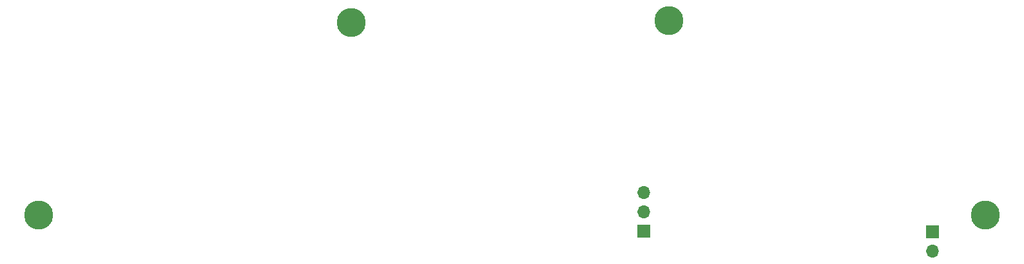
<source format=gbr>
%TF.GenerationSoftware,KiCad,Pcbnew,6.0.6-3a73a75311~116~ubuntu20.04.1*%
%TF.CreationDate,2022-07-28T16:32:40+08:00*%
%TF.ProjectId,Board1,426f6172-6431-42e6-9b69-6361645f7063,rev?*%
%TF.SameCoordinates,Original*%
%TF.FileFunction,Soldermask,Bot*%
%TF.FilePolarity,Negative*%
%FSLAX46Y46*%
G04 Gerber Fmt 4.6, Leading zero omitted, Abs format (unit mm)*
G04 Created by KiCad (PCBNEW 6.0.6-3a73a75311~116~ubuntu20.04.1) date 2022-07-28 16:32:40*
%MOMM*%
%LPD*%
G01*
G04 APERTURE LIST*
%ADD10C,3.800000*%
%ADD11R,1.700000X1.700000*%
%ADD12O,1.700000X1.700000*%
G04 APERTURE END LIST*
D10*
%TO.C,H1*%
X67192097Y-82804098D03*
%TD*%
%TO.C,H2*%
X150012399Y-57239178D03*
%TD*%
%TO.C,H3*%
X191527600Y-82804000D03*
%TD*%
%TO.C,H4*%
X108254800Y-57556400D03*
%TD*%
D11*
%TO.C,J41*%
X184632200Y-85059200D03*
D12*
X184632200Y-87599200D03*
%TD*%
%TO.C,J51*%
X146685400Y-79842600D03*
X146685400Y-82382600D03*
D11*
X146685400Y-84922600D03*
%TD*%
M02*

</source>
